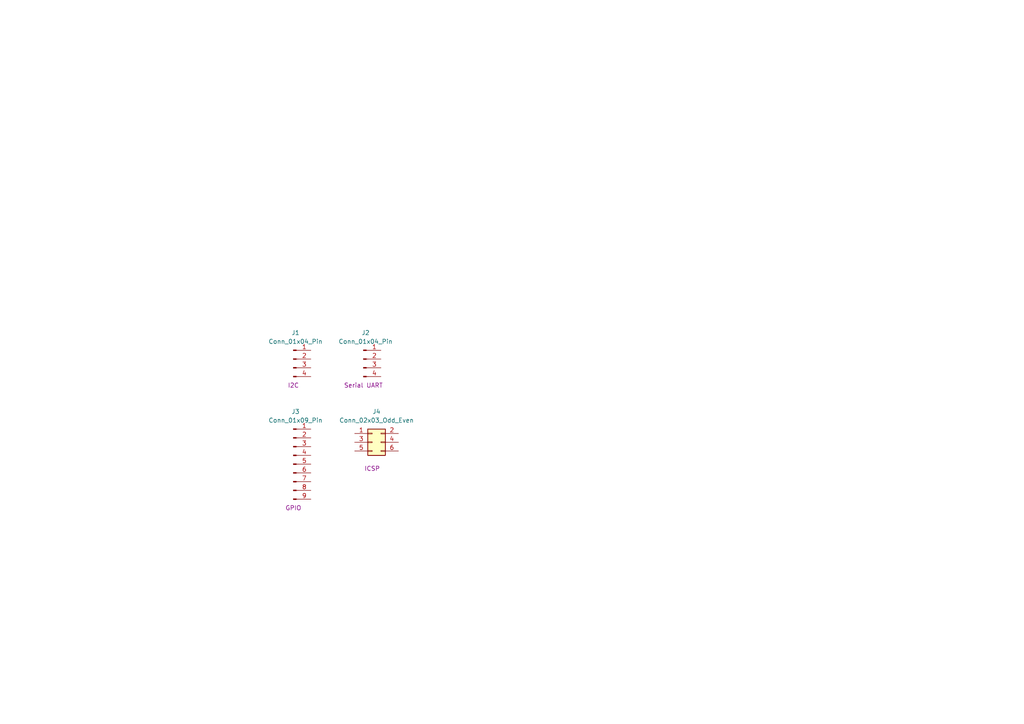
<source format=kicad_sch>
(kicad_sch (version 20250114) (generator "eeschema") (generator_version "9.0")
  (paper "A4")
  (lib_symbols
    (symbol "Connector:Conn_01x04_Pin" (pin_names (offset 1.016) (hide yes))
      (property "Reference" "J" (at 0 5.08 0))
      (property "Value" "Conn_01x04_Pin" (at 0 -7.62 0))
      (symbol "Conn_01x04_Pin_1_1"
        (rectangle (start 0.8636 2.667) (end 0 2.413) (stroke (width 0.1524)) (fill (type outline)))
        (rectangle (start 0.8636 0.127) (end 0 -0.127) (stroke (width 0.1524)) (fill (type outline)))
        (rectangle (start 0.8636 -2.413) (end 0 -2.667) (stroke (width 0.1524)) (fill (type outline)))
        (rectangle (start 0.8636 -4.953) (end 0 -5.207) (stroke (width 0.1524)) (fill (type outline)))
        (polyline (pts (xy 1.27 2.54) (xy 0.8636 2.54)) (stroke (width 0.1524)))
        (polyline (pts (xy 1.27 0) (xy 0.8636 0)) (stroke (width 0.1524)))
        (polyline (pts (xy 1.27 -2.54) (xy 0.8636 -2.54)) (stroke (width 0.1524)))
        (polyline (pts (xy 1.27 -5.08) (xy 0.8636 -5.08)) (stroke (width 0.1524)))
        (pin passive line (at 5.08 2.54 180) (length 3.81) (name "Pin_1") (number "1"))
        (pin passive line (at 5.08 0 180) (length 3.81) (name "Pin_2") (number "2"))
        (pin passive line (at 5.08 -2.54 180) (length 3.81) (name "Pin_3") (number "3"))
        (pin passive line (at 5.08 -5.08 180) (length 3.81) (name "Pin_4") (number "4"))
      )
    )
    (symbol "Connector:Conn_01x09_Pin" (pin_names (offset 1.016) (hide yes))
      (property "Reference" "J" (at 0 12.7 0))
      (property "Value" "Conn_01x09_Pin" (at 0 -12.7 0))
      (symbol "Conn_01x09_Pin_1_1"
        (rectangle (start 0.8636 10.287) (end 0 10.033) (stroke (width 0.1524)) (fill (type outline)))
        (rectangle (start 0.8636 7.747) (end 0 7.493) (stroke (width 0.1524)) (fill (type outline)))
        (rectangle (start 0.8636 5.207) (end 0 4.953) (stroke (width 0.1524)) (fill (type outline)))
        (rectangle (start 0.8636 2.667) (end 0 2.413) (stroke (width 0.1524)) (fill (type outline)))
        (rectangle (start 0.8636 0.127) (end 0 -0.127) (stroke (width 0.1524)) (fill (type outline)))
        (rectangle (start 0.8636 -2.413) (end 0 -2.667) (stroke (width 0.1524)) (fill (type outline)))
        (rectangle (start 0.8636 -4.953) (end 0 -5.207) (stroke (width 0.1524)) (fill (type outline)))
        (rectangle (start 0.8636 -7.493) (end 0 -7.747) (stroke (width 0.1524)) (fill (type outline)))
        (rectangle (start 0.8636 -10.033) (end 0 -10.287) (stroke (width 0.1524)) (fill (type outline)))
        (polyline (pts (xy 1.27 10.16) (xy 0.8636 10.16)) (stroke (width 0.1524)))
        (polyline (pts (xy 1.27 7.62) (xy 0.8636 7.62)) (stroke (width 0.1524)))
        (polyline (pts (xy 1.27 5.08) (xy 0.8636 5.08)) (stroke (width 0.1524)))
        (polyline (pts (xy 1.27 2.54) (xy 0.8636 2.54)) (stroke (width 0.1524)))
        (polyline (pts (xy 1.27 0) (xy 0.8636 0)) (stroke (width 0.1524)))
        (polyline (pts (xy 1.27 -2.54) (xy 0.8636 -2.54)) (stroke (width 0.1524)))
        (polyline (pts (xy 1.27 -5.08) (xy 0.8636 -5.08)) (stroke (width 0.1524)))
        (polyline (pts (xy 1.27 -7.62) (xy 0.8636 -7.62)) (stroke (width 0.1524)))
        (polyline (pts (xy 1.27 -10.16) (xy 0.8636 -10.16)) (stroke (width 0.1524)))
        (pin passive line (at 5.08 10.16 180) (length 3.81) (name "Pin_1") (number "1"))
        (pin passive line (at 5.08 7.62 180) (length 3.81) (name "Pin_2") (number "2"))
        (pin passive line (at 5.08 5.08 180) (length 3.81) (name "Pin_3") (number "3"))
        (pin passive line (at 5.08 2.54 180) (length 3.81) (name "Pin_4") (number "4"))
        (pin passive line (at 5.08 0 180) (length 3.81) (name "Pin_5") (number "5"))
        (pin passive line (at 5.08 -2.54 180) (length 3.81) (name "Pin_6") (number "6"))
        (pin passive line (at 5.08 -5.08 180) (length 3.81) (name "Pin_7") (number "7"))
        (pin passive line (at 5.08 -7.62 180) (length 3.81) (name "Pin_8") (number "8"))
        (pin passive line (at 5.08 -10.16 180) (length 3.81) (name "Pin_9") (number "9"))
      )
    )
    (symbol "Connector_Generic:Conn_02x03_Odd_Even" (pin_names (offset 1.016) (hide yes))
      (property "Reference" "J" (at 1.27 5.08 0))
      (property "Value" "Conn_02x03_Odd_Even" (at 1.27 -5.08 0))
      (symbol "Conn_02x03_Odd_Even_1_1"
        (rectangle (start -1.27 3.81) (end 3.81 -3.81) (stroke (width 0.254)) (fill (type background)))
        (rectangle (start -1.27 2.667) (end 0 2.413) (stroke (width 0.1524)))
        (rectangle (start -1.27 0.127) (end 0 -0.127) (stroke (width 0.1524)))
        (rectangle (start -1.27 -2.413) (end 0 -2.667) (stroke (width 0.1524)))
        (rectangle (start 3.81 2.667) (end 2.54 2.413) (stroke (width 0.1524)))
        (rectangle (start 3.81 0.127) (end 2.54 -0.127) (stroke (width 0.1524)))
        (rectangle (start 3.81 -2.413) (end 2.54 -2.667) (stroke (width 0.1524)))
        (pin passive line (at -5.08 2.54 0) (length 3.81) (name "Pin_1") (number "1"))
        (pin passive line (at -5.08 0 0) (length 3.81) (name "Pin_3") (number "3"))
        (pin passive line (at -5.08 -2.54 0) (length 3.81) (name "Pin_5") (number "5"))
        (pin passive line (at 7.62 2.54 180) (length 3.81) (name "Pin_2") (number "2"))
        (pin passive line (at 7.62 0 180) (length 3.81) (name "Pin_4") (number "4"))
        (pin passive line (at 7.62 -2.54 180) (length 3.81) (name "Pin_6") (number "6"))
      )
    )
  )
  (symbol (lib_id "Connector:Conn_01x04_Pin") (at 105.41 104.14 0) (unit 1)
    (property "Reference" "J2" (at 106.045 96.52 0))
    (property "Value" "Conn_01x04_Pin" (at 106.045 99.06 0))
    (property "Footprint" "Connector_PinHeader_2.54mm:PinHeader_1x04_P2.54mm_Vertical" (effects (hide yes)))
    (property "Description" "Serial UART" (at 105.41 111.76 0))
  )
  (symbol (lib_id "Connector:Conn_01x04_Pin") (at 85.09 104.14 0) (unit 1)
    (property "Reference" "J1" (at 85.725 96.52 0))
    (property "Value" "Conn_01x04_Pin" (at 85.725 99.06 0))
    (property "Footprint" "Connector_PinHeader_2.54mm:PinHeader_1x04_P2.54mm_Vertical" (effects (hide yes)))
    (property "Description" "I2C" (at 85.09 111.76 0))
  )
  (symbol (lib_id "Connector_Generic:Conn_02x03_Odd_Even") (at 107.95 128.27 0) (unit 1)
    (property "Reference" "J4" (at 109.22 119.38 0))
    (property "Value" "Conn_02x03_Odd_Even" (at 109.22 121.92 0))
    (property "Footprint" "Connector_PinHeader_2.54mm:PinHeader_2x03_P2.54mm_Vertical" (effects (hide yes)))
    (property "Description" "ICSP" (at 107.95 135.89 0))
  )
  (symbol (lib_id "Connector:Conn_01x09_Pin") (at 85.09 134.62 0) (unit 1)
    (property "Reference" "J3" (at 85.725 119.38 0))
    (property "Value" "Conn_01x09_Pin" (at 85.725 121.92 0))
    (property "Footprint" "Connector_PinHeader_2.54mm:PinHeader_1x09_P2.54mm_Vertical" (effects (hide yes)))
    (property "Description" "GPIO" (at 85.09 147.32 0))
  )
)
</source>
